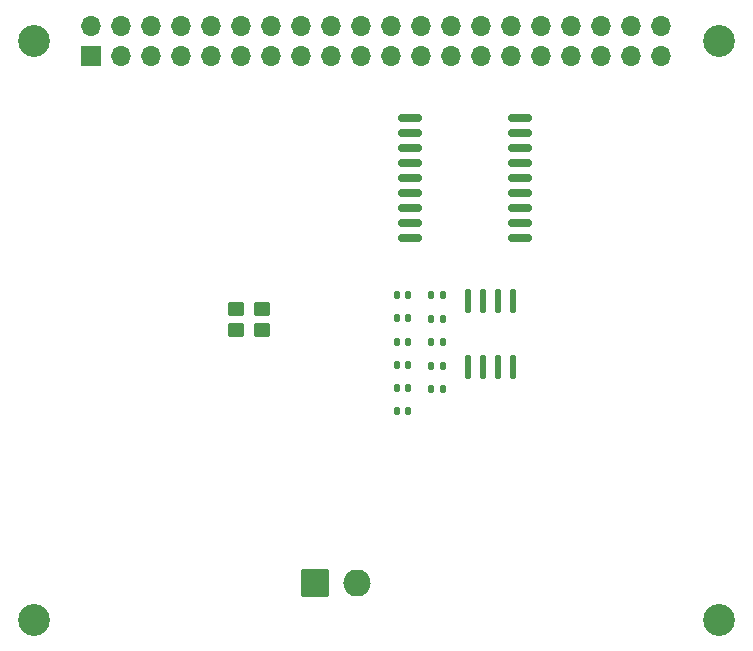
<source format=gbr>
%TF.GenerationSoftware,KiCad,Pcbnew,8.0.9*%
%TF.CreationDate,2025-09-23T01:05:25+07:00*%
%TF.ProjectId,CAN_Shield,43414e5f-5368-4696-956c-642e6b696361,rev?*%
%TF.SameCoordinates,Original*%
%TF.FileFunction,Soldermask,Top*%
%TF.FilePolarity,Negative*%
%FSLAX46Y46*%
G04 Gerber Fmt 4.6, Leading zero omitted, Abs format (unit mm)*
G04 Created by KiCad (PCBNEW 8.0.9) date 2025-09-23 01:05:25*
%MOMM*%
%LPD*%
G01*
G04 APERTURE LIST*
G04 Aperture macros list*
%AMRoundRect*
0 Rectangle with rounded corners*
0 $1 Rounding radius*
0 $2 $3 $4 $5 $6 $7 $8 $9 X,Y pos of 4 corners*
0 Add a 4 corners polygon primitive as box body*
4,1,4,$2,$3,$4,$5,$6,$7,$8,$9,$2,$3,0*
0 Add four circle primitives for the rounded corners*
1,1,$1+$1,$2,$3*
1,1,$1+$1,$4,$5*
1,1,$1+$1,$6,$7*
1,1,$1+$1,$8,$9*
0 Add four rect primitives between the rounded corners*
20,1,$1+$1,$2,$3,$4,$5,0*
20,1,$1+$1,$4,$5,$6,$7,0*
20,1,$1+$1,$6,$7,$8,$9,0*
20,1,$1+$1,$8,$9,$2,$3,0*%
G04 Aperture macros list end*
%ADD10RoundRect,0.050800X-1.100000X-1.100000X1.100000X-1.100000X1.100000X1.100000X-1.100000X1.100000X0*%
%ADD11O,2.301600X2.301600*%
%ADD12RoundRect,0.140000X-0.140000X-0.170000X0.140000X-0.170000X0.140000X0.170000X-0.140000X0.170000X0*%
%ADD13C,2.700000*%
%ADD14RoundRect,0.150000X-0.875000X-0.150000X0.875000X-0.150000X0.875000X0.150000X-0.875000X0.150000X0*%
%ADD15RoundRect,0.250000X-0.450000X-0.350000X0.450000X-0.350000X0.450000X0.350000X-0.450000X0.350000X0*%
%ADD16RoundRect,0.135000X-0.135000X-0.185000X0.135000X-0.185000X0.135000X0.185000X-0.135000X0.185000X0*%
%ADD17O,0.590000X2.050000*%
%ADD18R,1.700000X1.700000*%
%ADD19O,1.700000X1.700000*%
G04 APERTURE END LIST*
D10*
%TO.C,U1*%
X27332900Y6604000D03*
D11*
X30833100Y6604000D03*
%TD*%
D12*
%TO.C,C1*%
X34229000Y30972000D03*
X35189000Y30972000D03*
%TD*%
D13*
%TO.C,MH2*%
X61500000Y52500000D03*
%TD*%
D12*
%TO.C,C4*%
X34229000Y25062000D03*
X35189000Y25062000D03*
%TD*%
D14*
%TO.C,U2*%
X35355000Y45974000D03*
X35355000Y44704000D03*
X35355000Y43434000D03*
X35355000Y42164000D03*
X35355000Y40894000D03*
X35355000Y39624000D03*
X35355000Y38354000D03*
X35355000Y37084000D03*
X35355000Y35814000D03*
X44655000Y35814000D03*
X44655000Y37084000D03*
X44655000Y38354000D03*
X44655000Y39624000D03*
X44655000Y40894000D03*
X44655000Y42164000D03*
X44655000Y43434000D03*
X44655000Y44704000D03*
X44655000Y45974000D03*
%TD*%
D15*
%TO.C,X1*%
X20619000Y28057000D03*
X22819000Y28057000D03*
X22819000Y29817000D03*
X20619000Y29817000D03*
%TD*%
D16*
%TO.C,R1*%
X37089000Y30962000D03*
X38109000Y30962000D03*
%TD*%
D12*
%TO.C,C2*%
X34229000Y29002000D03*
X35189000Y29002000D03*
%TD*%
D17*
%TO.C,U4*%
X40249000Y24892000D03*
X41519000Y24892000D03*
X42799000Y24892000D03*
X44069000Y24892000D03*
X44069000Y30432000D03*
X42799000Y30432000D03*
X41519000Y30432000D03*
X40249000Y30432000D03*
%TD*%
D13*
%TO.C,MH3*%
X3500000Y3500000D03*
%TD*%
%TO.C,MH1*%
X3500000Y52500000D03*
%TD*%
D12*
%TO.C,C3*%
X34229000Y27032000D03*
X35189000Y27032000D03*
%TD*%
D16*
%TO.C,R3*%
X37089000Y26982000D03*
X38109000Y26982000D03*
%TD*%
D13*
%TO.C,MH4*%
X61500000Y3500000D03*
%TD*%
D12*
%TO.C,C6*%
X34229000Y21122000D03*
X35189000Y21122000D03*
%TD*%
D16*
%TO.C,R5*%
X37089000Y23002000D03*
X38109000Y23002000D03*
%TD*%
%TO.C,R2*%
X37089000Y28972000D03*
X38109000Y28972000D03*
%TD*%
D12*
%TO.C,C5*%
X34229000Y23092000D03*
X35189000Y23092000D03*
%TD*%
D16*
%TO.C,R4*%
X37089000Y24992000D03*
X38109000Y24992000D03*
%TD*%
D18*
%TO.C,J1*%
X8370000Y51230000D03*
D19*
X8370000Y53770000D03*
X10910000Y51230000D03*
X10910000Y53770000D03*
X13450000Y51230000D03*
X13450000Y53770000D03*
X15990000Y51230000D03*
X15990000Y53770000D03*
X18530000Y51230000D03*
X18530000Y53770000D03*
X21070000Y51230000D03*
X21070000Y53770000D03*
X23610000Y51230000D03*
X23610000Y53770000D03*
X26150000Y51230000D03*
X26150000Y53770000D03*
X28690000Y51230000D03*
X28690000Y53770000D03*
X31230000Y51230000D03*
X31230000Y53770000D03*
X33770000Y51230000D03*
X33770000Y53770000D03*
X36310000Y51230000D03*
X36310000Y53770000D03*
X38850000Y51230000D03*
X38850000Y53770000D03*
X41390000Y51230000D03*
X41390000Y53770000D03*
X43930000Y51230000D03*
X43930000Y53770000D03*
X46470000Y51230000D03*
X46470000Y53770000D03*
X49010000Y51230000D03*
X49010000Y53770000D03*
X51550000Y51230000D03*
X51550000Y53770000D03*
X54090000Y51230000D03*
X54090000Y53770000D03*
X56630000Y51230000D03*
X56630000Y53770000D03*
%TD*%
M02*

</source>
